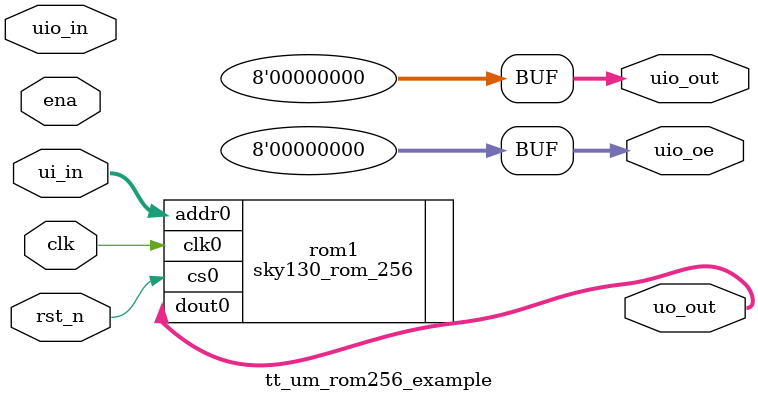
<source format=v>
/*
 * tt_um_rom256_example.v
 *
 * SPDX-License-Identifier: Apache-2.0
 * Copyright (c) 2024 Tiny Tapeout
 * Author: Uri Shaked
 */

`default_nettype none

module tt_um_rom256_example (
	input  wire [7:0] ui_in,	// Dedicated inputs
	output wire [7:0] uo_out,	// Dedicated outputs
	input  wire [7:0] uio_in,	// IOs: Input path
	output wire [7:0] uio_out,	// IOs: Output path
	output wire [7:0] uio_oe,	// IOs: Enable path (active high: 0=input, 1=output)
	input  wire       ena,
	input  wire       clk,
	input  wire       rst_n
);

	assign uio_oe  = 8'h00;
	assign uio_out = 8'h00;

	sky130_rom_256 rom1 (
		.clk0(clk),
		.cs0(rst_n),
		.addr0(ui_in),
		.dout0(uo_out)
	);

endmodule // tt_um_rom256_example

</source>
